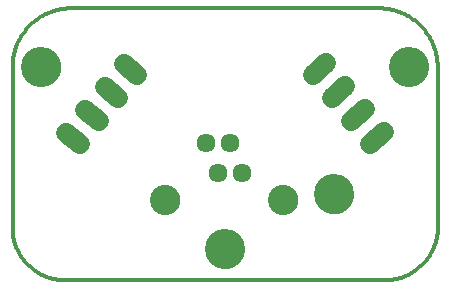
<source format=gts>
G75*
%MOIN*%
%OFA0B0*%
%FSLAX25Y25*%
%IPPOS*%
%LPD*%
%AMOC8*
5,1,8,0,0,1.08239X$1,22.5*
%
%ADD10C,0.01200*%
%ADD11C,0.00000*%
%ADD12C,0.13398*%
%ADD13C,0.06737*%
%ADD14C,0.06343*%
%ADD15C,0.10091*%
D10*
X0021485Y0001909D02*
X0123847Y0001909D01*
X0143532Y0017657D02*
X0143532Y0072775D01*
X0143526Y0073251D01*
X0143509Y0073726D01*
X0143480Y0074201D01*
X0143440Y0074675D01*
X0143388Y0075148D01*
X0143325Y0075619D01*
X0143251Y0076089D01*
X0143165Y0076557D01*
X0143068Y0077023D01*
X0142960Y0077486D01*
X0142841Y0077946D01*
X0142710Y0078404D01*
X0142569Y0078858D01*
X0142416Y0079309D01*
X0142253Y0079755D01*
X0142079Y0080198D01*
X0141894Y0080636D01*
X0141699Y0081070D01*
X0141493Y0081499D01*
X0141277Y0081923D01*
X0141051Y0082342D01*
X0140815Y0082755D01*
X0140569Y0083162D01*
X0140313Y0083563D01*
X0140047Y0083957D01*
X0139772Y0084346D01*
X0139488Y0084727D01*
X0139195Y0085101D01*
X0138893Y0085469D01*
X0138581Y0085829D01*
X0138262Y0086181D01*
X0137934Y0086525D01*
X0137597Y0086862D01*
X0137253Y0087190D01*
X0136901Y0087509D01*
X0136541Y0087821D01*
X0136173Y0088123D01*
X0135799Y0088416D01*
X0135418Y0088700D01*
X0135029Y0088975D01*
X0134635Y0089241D01*
X0134234Y0089497D01*
X0133827Y0089743D01*
X0133414Y0089979D01*
X0132995Y0090205D01*
X0132571Y0090421D01*
X0132142Y0090627D01*
X0131708Y0090822D01*
X0131270Y0091007D01*
X0130827Y0091181D01*
X0130381Y0091344D01*
X0129930Y0091497D01*
X0129476Y0091638D01*
X0129018Y0091769D01*
X0128558Y0091888D01*
X0128095Y0091996D01*
X0127629Y0092093D01*
X0127161Y0092179D01*
X0126691Y0092253D01*
X0126220Y0092316D01*
X0125747Y0092368D01*
X0125273Y0092408D01*
X0124798Y0092437D01*
X0124323Y0092454D01*
X0123847Y0092460D01*
X0021485Y0092460D01*
X0021009Y0092454D01*
X0020534Y0092437D01*
X0020059Y0092408D01*
X0019585Y0092368D01*
X0019112Y0092316D01*
X0018641Y0092253D01*
X0018171Y0092179D01*
X0017703Y0092093D01*
X0017237Y0091996D01*
X0016774Y0091888D01*
X0016314Y0091769D01*
X0015856Y0091638D01*
X0015402Y0091497D01*
X0014951Y0091344D01*
X0014505Y0091181D01*
X0014062Y0091007D01*
X0013624Y0090822D01*
X0013190Y0090627D01*
X0012761Y0090421D01*
X0012337Y0090205D01*
X0011918Y0089979D01*
X0011505Y0089743D01*
X0011098Y0089497D01*
X0010697Y0089241D01*
X0010303Y0088975D01*
X0009914Y0088700D01*
X0009533Y0088416D01*
X0009159Y0088123D01*
X0008791Y0087821D01*
X0008431Y0087509D01*
X0008079Y0087190D01*
X0007735Y0086862D01*
X0007398Y0086525D01*
X0007070Y0086181D01*
X0006751Y0085829D01*
X0006439Y0085469D01*
X0006137Y0085101D01*
X0005844Y0084727D01*
X0005560Y0084346D01*
X0005285Y0083957D01*
X0005019Y0083563D01*
X0004763Y0083162D01*
X0004517Y0082755D01*
X0004281Y0082342D01*
X0004055Y0081923D01*
X0003839Y0081499D01*
X0003633Y0081070D01*
X0003438Y0080636D01*
X0003253Y0080198D01*
X0003079Y0079755D01*
X0002916Y0079309D01*
X0002763Y0078858D01*
X0002622Y0078404D01*
X0002491Y0077946D01*
X0002372Y0077486D01*
X0002264Y0077023D01*
X0002167Y0076557D01*
X0002081Y0076089D01*
X0002007Y0075619D01*
X0001944Y0075148D01*
X0001892Y0074675D01*
X0001852Y0074201D01*
X0001823Y0073726D01*
X0001806Y0073251D01*
X0001800Y0072775D01*
X0001800Y0017657D01*
X0001853Y0017230D01*
X0001916Y0016804D01*
X0001989Y0016379D01*
X0002073Y0015957D01*
X0002166Y0015536D01*
X0002270Y0015118D01*
X0002384Y0014703D01*
X0002508Y0014290D01*
X0002642Y0013881D01*
X0002786Y0013475D01*
X0002939Y0013072D01*
X0003103Y0012674D01*
X0003275Y0012279D01*
X0003458Y0011889D01*
X0003649Y0011503D01*
X0003850Y0011122D01*
X0004060Y0010746D01*
X0004279Y0010375D01*
X0004507Y0010009D01*
X0004744Y0009649D01*
X0004990Y0009295D01*
X0005243Y0008947D01*
X0005506Y0008606D01*
X0005776Y0008270D01*
X0006054Y0007942D01*
X0006341Y0007620D01*
X0006635Y0007305D01*
X0006936Y0006997D01*
X0007245Y0006697D01*
X0007561Y0006404D01*
X0007884Y0006119D01*
X0008214Y0005842D01*
X0008550Y0005573D01*
X0008893Y0005312D01*
X0009242Y0005059D01*
X0009597Y0004815D01*
X0009958Y0004580D01*
X0010324Y0004353D01*
X0010696Y0004136D01*
X0011073Y0003927D01*
X0011455Y0003727D01*
X0011841Y0003537D01*
X0012232Y0003357D01*
X0012627Y0003185D01*
X0013027Y0003024D01*
X0013430Y0002872D01*
X0013836Y0002729D01*
X0014246Y0002597D01*
X0014659Y0002475D01*
X0015075Y0002362D01*
X0015494Y0002260D01*
X0015914Y0002168D01*
X0016337Y0002086D01*
X0016762Y0002014D01*
X0017188Y0001953D01*
X0017616Y0001902D01*
X0018045Y0001861D01*
X0018475Y0001830D01*
X0018905Y0001811D01*
X0019336Y0001801D01*
X0019766Y0001802D01*
X0020197Y0001813D01*
X0020627Y0001835D01*
X0021057Y0001867D01*
X0021486Y0001909D01*
X0123847Y0001909D02*
X0124276Y0001867D01*
X0124706Y0001835D01*
X0125136Y0001813D01*
X0125567Y0001802D01*
X0125997Y0001801D01*
X0126428Y0001811D01*
X0126858Y0001830D01*
X0127288Y0001861D01*
X0127717Y0001902D01*
X0128145Y0001953D01*
X0128571Y0002014D01*
X0128996Y0002086D01*
X0129419Y0002168D01*
X0129839Y0002260D01*
X0130258Y0002362D01*
X0130674Y0002475D01*
X0131087Y0002597D01*
X0131497Y0002729D01*
X0131903Y0002872D01*
X0132306Y0003024D01*
X0132706Y0003185D01*
X0133101Y0003357D01*
X0133492Y0003537D01*
X0133878Y0003727D01*
X0134260Y0003927D01*
X0134637Y0004136D01*
X0135009Y0004353D01*
X0135375Y0004580D01*
X0135736Y0004815D01*
X0136091Y0005059D01*
X0136440Y0005312D01*
X0136783Y0005573D01*
X0137119Y0005842D01*
X0137449Y0006119D01*
X0137772Y0006404D01*
X0138088Y0006697D01*
X0138397Y0006997D01*
X0138698Y0007305D01*
X0138992Y0007620D01*
X0139279Y0007942D01*
X0139557Y0008270D01*
X0139827Y0008606D01*
X0140090Y0008947D01*
X0140343Y0009295D01*
X0140589Y0009649D01*
X0140826Y0010009D01*
X0141054Y0010375D01*
X0141273Y0010746D01*
X0141483Y0011122D01*
X0141684Y0011503D01*
X0141875Y0011889D01*
X0142058Y0012279D01*
X0142230Y0012674D01*
X0142394Y0013072D01*
X0142547Y0013475D01*
X0142691Y0013881D01*
X0142825Y0014290D01*
X0142949Y0014703D01*
X0143063Y0015118D01*
X0143167Y0015536D01*
X0143260Y0015957D01*
X0143344Y0016379D01*
X0143417Y0016804D01*
X0143480Y0017230D01*
X0143533Y0017657D01*
D11*
X0102627Y0030472D02*
X0102629Y0030630D01*
X0102635Y0030788D01*
X0102645Y0030946D01*
X0102659Y0031104D01*
X0102677Y0031261D01*
X0102698Y0031418D01*
X0102724Y0031574D01*
X0102754Y0031730D01*
X0102787Y0031885D01*
X0102825Y0032038D01*
X0102866Y0032191D01*
X0102911Y0032343D01*
X0102960Y0032494D01*
X0103013Y0032643D01*
X0103069Y0032791D01*
X0103129Y0032937D01*
X0103193Y0033082D01*
X0103261Y0033225D01*
X0103332Y0033367D01*
X0103406Y0033507D01*
X0103484Y0033644D01*
X0103566Y0033780D01*
X0103650Y0033914D01*
X0103739Y0034045D01*
X0103830Y0034174D01*
X0103925Y0034301D01*
X0104022Y0034426D01*
X0104123Y0034548D01*
X0104227Y0034667D01*
X0104334Y0034784D01*
X0104444Y0034898D01*
X0104557Y0035009D01*
X0104672Y0035118D01*
X0104790Y0035223D01*
X0104911Y0035325D01*
X0105034Y0035425D01*
X0105160Y0035521D01*
X0105288Y0035614D01*
X0105418Y0035704D01*
X0105551Y0035790D01*
X0105686Y0035874D01*
X0105822Y0035953D01*
X0105961Y0036030D01*
X0106102Y0036102D01*
X0106244Y0036172D01*
X0106388Y0036237D01*
X0106534Y0036299D01*
X0106681Y0036357D01*
X0106830Y0036412D01*
X0106980Y0036463D01*
X0107131Y0036510D01*
X0107283Y0036553D01*
X0107436Y0036592D01*
X0107591Y0036628D01*
X0107746Y0036659D01*
X0107902Y0036687D01*
X0108058Y0036711D01*
X0108215Y0036731D01*
X0108373Y0036747D01*
X0108530Y0036759D01*
X0108689Y0036767D01*
X0108847Y0036771D01*
X0109005Y0036771D01*
X0109163Y0036767D01*
X0109322Y0036759D01*
X0109479Y0036747D01*
X0109637Y0036731D01*
X0109794Y0036711D01*
X0109950Y0036687D01*
X0110106Y0036659D01*
X0110261Y0036628D01*
X0110416Y0036592D01*
X0110569Y0036553D01*
X0110721Y0036510D01*
X0110872Y0036463D01*
X0111022Y0036412D01*
X0111171Y0036357D01*
X0111318Y0036299D01*
X0111464Y0036237D01*
X0111608Y0036172D01*
X0111750Y0036102D01*
X0111891Y0036030D01*
X0112030Y0035953D01*
X0112166Y0035874D01*
X0112301Y0035790D01*
X0112434Y0035704D01*
X0112564Y0035614D01*
X0112692Y0035521D01*
X0112818Y0035425D01*
X0112941Y0035325D01*
X0113062Y0035223D01*
X0113180Y0035118D01*
X0113295Y0035009D01*
X0113408Y0034898D01*
X0113518Y0034784D01*
X0113625Y0034667D01*
X0113729Y0034548D01*
X0113830Y0034426D01*
X0113927Y0034301D01*
X0114022Y0034174D01*
X0114113Y0034045D01*
X0114202Y0033914D01*
X0114286Y0033780D01*
X0114368Y0033644D01*
X0114446Y0033507D01*
X0114520Y0033367D01*
X0114591Y0033225D01*
X0114659Y0033082D01*
X0114723Y0032937D01*
X0114783Y0032791D01*
X0114839Y0032643D01*
X0114892Y0032494D01*
X0114941Y0032343D01*
X0114986Y0032191D01*
X0115027Y0032038D01*
X0115065Y0031885D01*
X0115098Y0031730D01*
X0115128Y0031574D01*
X0115154Y0031418D01*
X0115175Y0031261D01*
X0115193Y0031104D01*
X0115207Y0030946D01*
X0115217Y0030788D01*
X0115223Y0030630D01*
X0115225Y0030472D01*
X0115223Y0030314D01*
X0115217Y0030156D01*
X0115207Y0029998D01*
X0115193Y0029840D01*
X0115175Y0029683D01*
X0115154Y0029526D01*
X0115128Y0029370D01*
X0115098Y0029214D01*
X0115065Y0029059D01*
X0115027Y0028906D01*
X0114986Y0028753D01*
X0114941Y0028601D01*
X0114892Y0028450D01*
X0114839Y0028301D01*
X0114783Y0028153D01*
X0114723Y0028007D01*
X0114659Y0027862D01*
X0114591Y0027719D01*
X0114520Y0027577D01*
X0114446Y0027437D01*
X0114368Y0027300D01*
X0114286Y0027164D01*
X0114202Y0027030D01*
X0114113Y0026899D01*
X0114022Y0026770D01*
X0113927Y0026643D01*
X0113830Y0026518D01*
X0113729Y0026396D01*
X0113625Y0026277D01*
X0113518Y0026160D01*
X0113408Y0026046D01*
X0113295Y0025935D01*
X0113180Y0025826D01*
X0113062Y0025721D01*
X0112941Y0025619D01*
X0112818Y0025519D01*
X0112692Y0025423D01*
X0112564Y0025330D01*
X0112434Y0025240D01*
X0112301Y0025154D01*
X0112166Y0025070D01*
X0112030Y0024991D01*
X0111891Y0024914D01*
X0111750Y0024842D01*
X0111608Y0024772D01*
X0111464Y0024707D01*
X0111318Y0024645D01*
X0111171Y0024587D01*
X0111022Y0024532D01*
X0110872Y0024481D01*
X0110721Y0024434D01*
X0110569Y0024391D01*
X0110416Y0024352D01*
X0110261Y0024316D01*
X0110106Y0024285D01*
X0109950Y0024257D01*
X0109794Y0024233D01*
X0109637Y0024213D01*
X0109479Y0024197D01*
X0109322Y0024185D01*
X0109163Y0024177D01*
X0109005Y0024173D01*
X0108847Y0024173D01*
X0108689Y0024177D01*
X0108530Y0024185D01*
X0108373Y0024197D01*
X0108215Y0024213D01*
X0108058Y0024233D01*
X0107902Y0024257D01*
X0107746Y0024285D01*
X0107591Y0024316D01*
X0107436Y0024352D01*
X0107283Y0024391D01*
X0107131Y0024434D01*
X0106980Y0024481D01*
X0106830Y0024532D01*
X0106681Y0024587D01*
X0106534Y0024645D01*
X0106388Y0024707D01*
X0106244Y0024772D01*
X0106102Y0024842D01*
X0105961Y0024914D01*
X0105822Y0024991D01*
X0105686Y0025070D01*
X0105551Y0025154D01*
X0105418Y0025240D01*
X0105288Y0025330D01*
X0105160Y0025423D01*
X0105034Y0025519D01*
X0104911Y0025619D01*
X0104790Y0025721D01*
X0104672Y0025826D01*
X0104557Y0025935D01*
X0104444Y0026046D01*
X0104334Y0026160D01*
X0104227Y0026277D01*
X0104123Y0026396D01*
X0104022Y0026518D01*
X0103925Y0026643D01*
X0103830Y0026770D01*
X0103739Y0026899D01*
X0103650Y0027030D01*
X0103566Y0027164D01*
X0103484Y0027300D01*
X0103406Y0027437D01*
X0103332Y0027577D01*
X0103261Y0027719D01*
X0103193Y0027862D01*
X0103129Y0028007D01*
X0103069Y0028153D01*
X0103013Y0028301D01*
X0102960Y0028450D01*
X0102911Y0028601D01*
X0102866Y0028753D01*
X0102825Y0028906D01*
X0102787Y0029059D01*
X0102754Y0029214D01*
X0102724Y0029370D01*
X0102698Y0029526D01*
X0102677Y0029683D01*
X0102659Y0029840D01*
X0102645Y0029998D01*
X0102635Y0030156D01*
X0102629Y0030314D01*
X0102627Y0030472D01*
X0087469Y0028661D02*
X0087471Y0028797D01*
X0087477Y0028932D01*
X0087487Y0029068D01*
X0087501Y0029203D01*
X0087519Y0029337D01*
X0087540Y0029471D01*
X0087566Y0029605D01*
X0087595Y0029737D01*
X0087629Y0029869D01*
X0087666Y0030000D01*
X0087707Y0030129D01*
X0087752Y0030257D01*
X0087800Y0030384D01*
X0087852Y0030509D01*
X0087908Y0030633D01*
X0087968Y0030755D01*
X0088031Y0030875D01*
X0088097Y0030994D01*
X0088167Y0031110D01*
X0088240Y0031225D01*
X0088317Y0031337D01*
X0088397Y0031446D01*
X0088480Y0031554D01*
X0088566Y0031659D01*
X0088655Y0031761D01*
X0088747Y0031861D01*
X0088842Y0031958D01*
X0088940Y0032052D01*
X0089040Y0032144D01*
X0089143Y0032232D01*
X0089249Y0032317D01*
X0089357Y0032400D01*
X0089467Y0032479D01*
X0089580Y0032554D01*
X0089695Y0032627D01*
X0089812Y0032696D01*
X0089931Y0032761D01*
X0090051Y0032823D01*
X0090174Y0032882D01*
X0090298Y0032937D01*
X0090424Y0032988D01*
X0090551Y0033036D01*
X0090679Y0033080D01*
X0090809Y0033120D01*
X0090940Y0033156D01*
X0091072Y0033188D01*
X0091204Y0033217D01*
X0091338Y0033242D01*
X0091472Y0033262D01*
X0091607Y0033279D01*
X0091742Y0033292D01*
X0091877Y0033301D01*
X0092013Y0033306D01*
X0092149Y0033307D01*
X0092285Y0033304D01*
X0092420Y0033297D01*
X0092556Y0033286D01*
X0092691Y0033271D01*
X0092825Y0033252D01*
X0092959Y0033230D01*
X0093092Y0033203D01*
X0093224Y0033173D01*
X0093356Y0033138D01*
X0093486Y0033100D01*
X0093615Y0033058D01*
X0093743Y0033012D01*
X0093869Y0032963D01*
X0093994Y0032910D01*
X0094118Y0032853D01*
X0094239Y0032793D01*
X0094359Y0032729D01*
X0094477Y0032662D01*
X0094593Y0032591D01*
X0094707Y0032517D01*
X0094818Y0032440D01*
X0094928Y0032359D01*
X0095034Y0032275D01*
X0095139Y0032188D01*
X0095241Y0032098D01*
X0095340Y0032006D01*
X0095436Y0031910D01*
X0095530Y0031812D01*
X0095620Y0031710D01*
X0095708Y0031607D01*
X0095792Y0031501D01*
X0095874Y0031392D01*
X0095952Y0031281D01*
X0096027Y0031168D01*
X0096098Y0031052D01*
X0096167Y0030935D01*
X0096231Y0030815D01*
X0096292Y0030694D01*
X0096350Y0030571D01*
X0096404Y0030447D01*
X0096454Y0030321D01*
X0096501Y0030193D01*
X0096544Y0030064D01*
X0096583Y0029934D01*
X0096618Y0029803D01*
X0096650Y0029671D01*
X0096677Y0029538D01*
X0096701Y0029405D01*
X0096721Y0029270D01*
X0096737Y0029135D01*
X0096749Y0029000D01*
X0096757Y0028865D01*
X0096761Y0028729D01*
X0096761Y0028593D01*
X0096757Y0028457D01*
X0096749Y0028322D01*
X0096737Y0028187D01*
X0096721Y0028052D01*
X0096701Y0027917D01*
X0096677Y0027784D01*
X0096650Y0027651D01*
X0096618Y0027519D01*
X0096583Y0027388D01*
X0096544Y0027258D01*
X0096501Y0027129D01*
X0096454Y0027001D01*
X0096404Y0026875D01*
X0096350Y0026751D01*
X0096292Y0026628D01*
X0096231Y0026507D01*
X0096167Y0026387D01*
X0096098Y0026270D01*
X0096027Y0026154D01*
X0095952Y0026041D01*
X0095874Y0025930D01*
X0095792Y0025821D01*
X0095708Y0025715D01*
X0095620Y0025612D01*
X0095530Y0025510D01*
X0095436Y0025412D01*
X0095340Y0025316D01*
X0095241Y0025224D01*
X0095139Y0025134D01*
X0095034Y0025047D01*
X0094928Y0024963D01*
X0094818Y0024882D01*
X0094707Y0024805D01*
X0094593Y0024731D01*
X0094477Y0024660D01*
X0094359Y0024593D01*
X0094239Y0024529D01*
X0094118Y0024469D01*
X0093994Y0024412D01*
X0093869Y0024359D01*
X0093743Y0024310D01*
X0093615Y0024264D01*
X0093486Y0024222D01*
X0093356Y0024184D01*
X0093224Y0024149D01*
X0093092Y0024119D01*
X0092959Y0024092D01*
X0092825Y0024070D01*
X0092691Y0024051D01*
X0092556Y0024036D01*
X0092420Y0024025D01*
X0092285Y0024018D01*
X0092149Y0024015D01*
X0092013Y0024016D01*
X0091877Y0024021D01*
X0091742Y0024030D01*
X0091607Y0024043D01*
X0091472Y0024060D01*
X0091338Y0024080D01*
X0091204Y0024105D01*
X0091072Y0024134D01*
X0090940Y0024166D01*
X0090809Y0024202D01*
X0090679Y0024242D01*
X0090551Y0024286D01*
X0090424Y0024334D01*
X0090298Y0024385D01*
X0090174Y0024440D01*
X0090051Y0024499D01*
X0089931Y0024561D01*
X0089812Y0024626D01*
X0089695Y0024695D01*
X0089580Y0024768D01*
X0089467Y0024843D01*
X0089357Y0024922D01*
X0089249Y0025005D01*
X0089143Y0025090D01*
X0089040Y0025178D01*
X0088940Y0025270D01*
X0088842Y0025364D01*
X0088747Y0025461D01*
X0088655Y0025561D01*
X0088566Y0025663D01*
X0088480Y0025768D01*
X0088397Y0025876D01*
X0088317Y0025985D01*
X0088240Y0026097D01*
X0088167Y0026212D01*
X0088097Y0026328D01*
X0088031Y0026447D01*
X0087968Y0026567D01*
X0087908Y0026689D01*
X0087852Y0026813D01*
X0087800Y0026938D01*
X0087752Y0027065D01*
X0087707Y0027193D01*
X0087666Y0027322D01*
X0087629Y0027453D01*
X0087595Y0027585D01*
X0087566Y0027717D01*
X0087540Y0027851D01*
X0087519Y0027985D01*
X0087501Y0028119D01*
X0087487Y0028254D01*
X0087477Y0028390D01*
X0087471Y0028525D01*
X0087469Y0028661D01*
X0066269Y0012224D02*
X0066271Y0012382D01*
X0066277Y0012540D01*
X0066287Y0012698D01*
X0066301Y0012856D01*
X0066319Y0013013D01*
X0066340Y0013170D01*
X0066366Y0013326D01*
X0066396Y0013482D01*
X0066429Y0013637D01*
X0066467Y0013790D01*
X0066508Y0013943D01*
X0066553Y0014095D01*
X0066602Y0014246D01*
X0066655Y0014395D01*
X0066711Y0014543D01*
X0066771Y0014689D01*
X0066835Y0014834D01*
X0066903Y0014977D01*
X0066974Y0015119D01*
X0067048Y0015259D01*
X0067126Y0015396D01*
X0067208Y0015532D01*
X0067292Y0015666D01*
X0067381Y0015797D01*
X0067472Y0015926D01*
X0067567Y0016053D01*
X0067664Y0016178D01*
X0067765Y0016300D01*
X0067869Y0016419D01*
X0067976Y0016536D01*
X0068086Y0016650D01*
X0068199Y0016761D01*
X0068314Y0016870D01*
X0068432Y0016975D01*
X0068553Y0017077D01*
X0068676Y0017177D01*
X0068802Y0017273D01*
X0068930Y0017366D01*
X0069060Y0017456D01*
X0069193Y0017542D01*
X0069328Y0017626D01*
X0069464Y0017705D01*
X0069603Y0017782D01*
X0069744Y0017854D01*
X0069886Y0017924D01*
X0070030Y0017989D01*
X0070176Y0018051D01*
X0070323Y0018109D01*
X0070472Y0018164D01*
X0070622Y0018215D01*
X0070773Y0018262D01*
X0070925Y0018305D01*
X0071078Y0018344D01*
X0071233Y0018380D01*
X0071388Y0018411D01*
X0071544Y0018439D01*
X0071700Y0018463D01*
X0071857Y0018483D01*
X0072015Y0018499D01*
X0072172Y0018511D01*
X0072331Y0018519D01*
X0072489Y0018523D01*
X0072647Y0018523D01*
X0072805Y0018519D01*
X0072964Y0018511D01*
X0073121Y0018499D01*
X0073279Y0018483D01*
X0073436Y0018463D01*
X0073592Y0018439D01*
X0073748Y0018411D01*
X0073903Y0018380D01*
X0074058Y0018344D01*
X0074211Y0018305D01*
X0074363Y0018262D01*
X0074514Y0018215D01*
X0074664Y0018164D01*
X0074813Y0018109D01*
X0074960Y0018051D01*
X0075106Y0017989D01*
X0075250Y0017924D01*
X0075392Y0017854D01*
X0075533Y0017782D01*
X0075672Y0017705D01*
X0075808Y0017626D01*
X0075943Y0017542D01*
X0076076Y0017456D01*
X0076206Y0017366D01*
X0076334Y0017273D01*
X0076460Y0017177D01*
X0076583Y0017077D01*
X0076704Y0016975D01*
X0076822Y0016870D01*
X0076937Y0016761D01*
X0077050Y0016650D01*
X0077160Y0016536D01*
X0077267Y0016419D01*
X0077371Y0016300D01*
X0077472Y0016178D01*
X0077569Y0016053D01*
X0077664Y0015926D01*
X0077755Y0015797D01*
X0077844Y0015666D01*
X0077928Y0015532D01*
X0078010Y0015396D01*
X0078088Y0015259D01*
X0078162Y0015119D01*
X0078233Y0014977D01*
X0078301Y0014834D01*
X0078365Y0014689D01*
X0078425Y0014543D01*
X0078481Y0014395D01*
X0078534Y0014246D01*
X0078583Y0014095D01*
X0078628Y0013943D01*
X0078669Y0013790D01*
X0078707Y0013637D01*
X0078740Y0013482D01*
X0078770Y0013326D01*
X0078796Y0013170D01*
X0078817Y0013013D01*
X0078835Y0012856D01*
X0078849Y0012698D01*
X0078859Y0012540D01*
X0078865Y0012382D01*
X0078867Y0012224D01*
X0078865Y0012066D01*
X0078859Y0011908D01*
X0078849Y0011750D01*
X0078835Y0011592D01*
X0078817Y0011435D01*
X0078796Y0011278D01*
X0078770Y0011122D01*
X0078740Y0010966D01*
X0078707Y0010811D01*
X0078669Y0010658D01*
X0078628Y0010505D01*
X0078583Y0010353D01*
X0078534Y0010202D01*
X0078481Y0010053D01*
X0078425Y0009905D01*
X0078365Y0009759D01*
X0078301Y0009614D01*
X0078233Y0009471D01*
X0078162Y0009329D01*
X0078088Y0009189D01*
X0078010Y0009052D01*
X0077928Y0008916D01*
X0077844Y0008782D01*
X0077755Y0008651D01*
X0077664Y0008522D01*
X0077569Y0008395D01*
X0077472Y0008270D01*
X0077371Y0008148D01*
X0077267Y0008029D01*
X0077160Y0007912D01*
X0077050Y0007798D01*
X0076937Y0007687D01*
X0076822Y0007578D01*
X0076704Y0007473D01*
X0076583Y0007371D01*
X0076460Y0007271D01*
X0076334Y0007175D01*
X0076206Y0007082D01*
X0076076Y0006992D01*
X0075943Y0006906D01*
X0075808Y0006822D01*
X0075672Y0006743D01*
X0075533Y0006666D01*
X0075392Y0006594D01*
X0075250Y0006524D01*
X0075106Y0006459D01*
X0074960Y0006397D01*
X0074813Y0006339D01*
X0074664Y0006284D01*
X0074514Y0006233D01*
X0074363Y0006186D01*
X0074211Y0006143D01*
X0074058Y0006104D01*
X0073903Y0006068D01*
X0073748Y0006037D01*
X0073592Y0006009D01*
X0073436Y0005985D01*
X0073279Y0005965D01*
X0073121Y0005949D01*
X0072964Y0005937D01*
X0072805Y0005929D01*
X0072647Y0005925D01*
X0072489Y0005925D01*
X0072331Y0005929D01*
X0072172Y0005937D01*
X0072015Y0005949D01*
X0071857Y0005965D01*
X0071700Y0005985D01*
X0071544Y0006009D01*
X0071388Y0006037D01*
X0071233Y0006068D01*
X0071078Y0006104D01*
X0070925Y0006143D01*
X0070773Y0006186D01*
X0070622Y0006233D01*
X0070472Y0006284D01*
X0070323Y0006339D01*
X0070176Y0006397D01*
X0070030Y0006459D01*
X0069886Y0006524D01*
X0069744Y0006594D01*
X0069603Y0006666D01*
X0069464Y0006743D01*
X0069328Y0006822D01*
X0069193Y0006906D01*
X0069060Y0006992D01*
X0068930Y0007082D01*
X0068802Y0007175D01*
X0068676Y0007271D01*
X0068553Y0007371D01*
X0068432Y0007473D01*
X0068314Y0007578D01*
X0068199Y0007687D01*
X0068086Y0007798D01*
X0067976Y0007912D01*
X0067869Y0008029D01*
X0067765Y0008148D01*
X0067664Y0008270D01*
X0067567Y0008395D01*
X0067472Y0008522D01*
X0067381Y0008651D01*
X0067292Y0008782D01*
X0067208Y0008916D01*
X0067126Y0009052D01*
X0067048Y0009189D01*
X0066974Y0009329D01*
X0066903Y0009471D01*
X0066835Y0009614D01*
X0066771Y0009759D01*
X0066711Y0009905D01*
X0066655Y0010053D01*
X0066602Y0010202D01*
X0066553Y0010353D01*
X0066508Y0010505D01*
X0066467Y0010658D01*
X0066429Y0010811D01*
X0066396Y0010966D01*
X0066366Y0011122D01*
X0066340Y0011278D01*
X0066319Y0011435D01*
X0066301Y0011592D01*
X0066287Y0011750D01*
X0066277Y0011908D01*
X0066271Y0012066D01*
X0066269Y0012224D01*
X0048099Y0028661D02*
X0048101Y0028797D01*
X0048107Y0028932D01*
X0048117Y0029068D01*
X0048131Y0029203D01*
X0048149Y0029337D01*
X0048170Y0029471D01*
X0048196Y0029605D01*
X0048225Y0029737D01*
X0048259Y0029869D01*
X0048296Y0030000D01*
X0048337Y0030129D01*
X0048382Y0030257D01*
X0048430Y0030384D01*
X0048482Y0030509D01*
X0048538Y0030633D01*
X0048598Y0030755D01*
X0048661Y0030875D01*
X0048727Y0030994D01*
X0048797Y0031110D01*
X0048870Y0031225D01*
X0048947Y0031337D01*
X0049027Y0031446D01*
X0049110Y0031554D01*
X0049196Y0031659D01*
X0049285Y0031761D01*
X0049377Y0031861D01*
X0049472Y0031958D01*
X0049570Y0032052D01*
X0049670Y0032144D01*
X0049773Y0032232D01*
X0049879Y0032317D01*
X0049987Y0032400D01*
X0050097Y0032479D01*
X0050210Y0032554D01*
X0050325Y0032627D01*
X0050442Y0032696D01*
X0050561Y0032761D01*
X0050681Y0032823D01*
X0050804Y0032882D01*
X0050928Y0032937D01*
X0051054Y0032988D01*
X0051181Y0033036D01*
X0051309Y0033080D01*
X0051439Y0033120D01*
X0051570Y0033156D01*
X0051702Y0033188D01*
X0051834Y0033217D01*
X0051968Y0033242D01*
X0052102Y0033262D01*
X0052237Y0033279D01*
X0052372Y0033292D01*
X0052507Y0033301D01*
X0052643Y0033306D01*
X0052779Y0033307D01*
X0052915Y0033304D01*
X0053050Y0033297D01*
X0053186Y0033286D01*
X0053321Y0033271D01*
X0053455Y0033252D01*
X0053589Y0033230D01*
X0053722Y0033203D01*
X0053854Y0033173D01*
X0053986Y0033138D01*
X0054116Y0033100D01*
X0054245Y0033058D01*
X0054373Y0033012D01*
X0054499Y0032963D01*
X0054624Y0032910D01*
X0054748Y0032853D01*
X0054869Y0032793D01*
X0054989Y0032729D01*
X0055107Y0032662D01*
X0055223Y0032591D01*
X0055337Y0032517D01*
X0055448Y0032440D01*
X0055558Y0032359D01*
X0055664Y0032275D01*
X0055769Y0032188D01*
X0055871Y0032098D01*
X0055970Y0032006D01*
X0056066Y0031910D01*
X0056160Y0031812D01*
X0056250Y0031710D01*
X0056338Y0031607D01*
X0056422Y0031501D01*
X0056504Y0031392D01*
X0056582Y0031281D01*
X0056657Y0031168D01*
X0056728Y0031052D01*
X0056797Y0030935D01*
X0056861Y0030815D01*
X0056922Y0030694D01*
X0056980Y0030571D01*
X0057034Y0030447D01*
X0057084Y0030321D01*
X0057131Y0030193D01*
X0057174Y0030064D01*
X0057213Y0029934D01*
X0057248Y0029803D01*
X0057280Y0029671D01*
X0057307Y0029538D01*
X0057331Y0029405D01*
X0057351Y0029270D01*
X0057367Y0029135D01*
X0057379Y0029000D01*
X0057387Y0028865D01*
X0057391Y0028729D01*
X0057391Y0028593D01*
X0057387Y0028457D01*
X0057379Y0028322D01*
X0057367Y0028187D01*
X0057351Y0028052D01*
X0057331Y0027917D01*
X0057307Y0027784D01*
X0057280Y0027651D01*
X0057248Y0027519D01*
X0057213Y0027388D01*
X0057174Y0027258D01*
X0057131Y0027129D01*
X0057084Y0027001D01*
X0057034Y0026875D01*
X0056980Y0026751D01*
X0056922Y0026628D01*
X0056861Y0026507D01*
X0056797Y0026387D01*
X0056728Y0026270D01*
X0056657Y0026154D01*
X0056582Y0026041D01*
X0056504Y0025930D01*
X0056422Y0025821D01*
X0056338Y0025715D01*
X0056250Y0025612D01*
X0056160Y0025510D01*
X0056066Y0025412D01*
X0055970Y0025316D01*
X0055871Y0025224D01*
X0055769Y0025134D01*
X0055664Y0025047D01*
X0055558Y0024963D01*
X0055448Y0024882D01*
X0055337Y0024805D01*
X0055223Y0024731D01*
X0055107Y0024660D01*
X0054989Y0024593D01*
X0054869Y0024529D01*
X0054748Y0024469D01*
X0054624Y0024412D01*
X0054499Y0024359D01*
X0054373Y0024310D01*
X0054245Y0024264D01*
X0054116Y0024222D01*
X0053986Y0024184D01*
X0053854Y0024149D01*
X0053722Y0024119D01*
X0053589Y0024092D01*
X0053455Y0024070D01*
X0053321Y0024051D01*
X0053186Y0024036D01*
X0053050Y0024025D01*
X0052915Y0024018D01*
X0052779Y0024015D01*
X0052643Y0024016D01*
X0052507Y0024021D01*
X0052372Y0024030D01*
X0052237Y0024043D01*
X0052102Y0024060D01*
X0051968Y0024080D01*
X0051834Y0024105D01*
X0051702Y0024134D01*
X0051570Y0024166D01*
X0051439Y0024202D01*
X0051309Y0024242D01*
X0051181Y0024286D01*
X0051054Y0024334D01*
X0050928Y0024385D01*
X0050804Y0024440D01*
X0050681Y0024499D01*
X0050561Y0024561D01*
X0050442Y0024626D01*
X0050325Y0024695D01*
X0050210Y0024768D01*
X0050097Y0024843D01*
X0049987Y0024922D01*
X0049879Y0025005D01*
X0049773Y0025090D01*
X0049670Y0025178D01*
X0049570Y0025270D01*
X0049472Y0025364D01*
X0049377Y0025461D01*
X0049285Y0025561D01*
X0049196Y0025663D01*
X0049110Y0025768D01*
X0049027Y0025876D01*
X0048947Y0025985D01*
X0048870Y0026097D01*
X0048797Y0026212D01*
X0048727Y0026328D01*
X0048661Y0026447D01*
X0048598Y0026567D01*
X0048538Y0026689D01*
X0048482Y0026813D01*
X0048430Y0026938D01*
X0048382Y0027065D01*
X0048337Y0027193D01*
X0048296Y0027322D01*
X0048259Y0027453D01*
X0048225Y0027585D01*
X0048196Y0027717D01*
X0048170Y0027851D01*
X0048149Y0027985D01*
X0048131Y0028119D01*
X0048117Y0028254D01*
X0048107Y0028390D01*
X0048101Y0028525D01*
X0048099Y0028661D01*
X0005127Y0072972D02*
X0005129Y0073130D01*
X0005135Y0073288D01*
X0005145Y0073446D01*
X0005159Y0073604D01*
X0005177Y0073761D01*
X0005198Y0073918D01*
X0005224Y0074074D01*
X0005254Y0074230D01*
X0005287Y0074385D01*
X0005325Y0074538D01*
X0005366Y0074691D01*
X0005411Y0074843D01*
X0005460Y0074994D01*
X0005513Y0075143D01*
X0005569Y0075291D01*
X0005629Y0075437D01*
X0005693Y0075582D01*
X0005761Y0075725D01*
X0005832Y0075867D01*
X0005906Y0076007D01*
X0005984Y0076144D01*
X0006066Y0076280D01*
X0006150Y0076414D01*
X0006239Y0076545D01*
X0006330Y0076674D01*
X0006425Y0076801D01*
X0006522Y0076926D01*
X0006623Y0077048D01*
X0006727Y0077167D01*
X0006834Y0077284D01*
X0006944Y0077398D01*
X0007057Y0077509D01*
X0007172Y0077618D01*
X0007290Y0077723D01*
X0007411Y0077825D01*
X0007534Y0077925D01*
X0007660Y0078021D01*
X0007788Y0078114D01*
X0007918Y0078204D01*
X0008051Y0078290D01*
X0008186Y0078374D01*
X0008322Y0078453D01*
X0008461Y0078530D01*
X0008602Y0078602D01*
X0008744Y0078672D01*
X0008888Y0078737D01*
X0009034Y0078799D01*
X0009181Y0078857D01*
X0009330Y0078912D01*
X0009480Y0078963D01*
X0009631Y0079010D01*
X0009783Y0079053D01*
X0009936Y0079092D01*
X0010091Y0079128D01*
X0010246Y0079159D01*
X0010402Y0079187D01*
X0010558Y0079211D01*
X0010715Y0079231D01*
X0010873Y0079247D01*
X0011030Y0079259D01*
X0011189Y0079267D01*
X0011347Y0079271D01*
X0011505Y0079271D01*
X0011663Y0079267D01*
X0011822Y0079259D01*
X0011979Y0079247D01*
X0012137Y0079231D01*
X0012294Y0079211D01*
X0012450Y0079187D01*
X0012606Y0079159D01*
X0012761Y0079128D01*
X0012916Y0079092D01*
X0013069Y0079053D01*
X0013221Y0079010D01*
X0013372Y0078963D01*
X0013522Y0078912D01*
X0013671Y0078857D01*
X0013818Y0078799D01*
X0013964Y0078737D01*
X0014108Y0078672D01*
X0014250Y0078602D01*
X0014391Y0078530D01*
X0014530Y0078453D01*
X0014666Y0078374D01*
X0014801Y0078290D01*
X0014934Y0078204D01*
X0015064Y0078114D01*
X0015192Y0078021D01*
X0015318Y0077925D01*
X0015441Y0077825D01*
X0015562Y0077723D01*
X0015680Y0077618D01*
X0015795Y0077509D01*
X0015908Y0077398D01*
X0016018Y0077284D01*
X0016125Y0077167D01*
X0016229Y0077048D01*
X0016330Y0076926D01*
X0016427Y0076801D01*
X0016522Y0076674D01*
X0016613Y0076545D01*
X0016702Y0076414D01*
X0016786Y0076280D01*
X0016868Y0076144D01*
X0016946Y0076007D01*
X0017020Y0075867D01*
X0017091Y0075725D01*
X0017159Y0075582D01*
X0017223Y0075437D01*
X0017283Y0075291D01*
X0017339Y0075143D01*
X0017392Y0074994D01*
X0017441Y0074843D01*
X0017486Y0074691D01*
X0017527Y0074538D01*
X0017565Y0074385D01*
X0017598Y0074230D01*
X0017628Y0074074D01*
X0017654Y0073918D01*
X0017675Y0073761D01*
X0017693Y0073604D01*
X0017707Y0073446D01*
X0017717Y0073288D01*
X0017723Y0073130D01*
X0017725Y0072972D01*
X0017723Y0072814D01*
X0017717Y0072656D01*
X0017707Y0072498D01*
X0017693Y0072340D01*
X0017675Y0072183D01*
X0017654Y0072026D01*
X0017628Y0071870D01*
X0017598Y0071714D01*
X0017565Y0071559D01*
X0017527Y0071406D01*
X0017486Y0071253D01*
X0017441Y0071101D01*
X0017392Y0070950D01*
X0017339Y0070801D01*
X0017283Y0070653D01*
X0017223Y0070507D01*
X0017159Y0070362D01*
X0017091Y0070219D01*
X0017020Y0070077D01*
X0016946Y0069937D01*
X0016868Y0069800D01*
X0016786Y0069664D01*
X0016702Y0069530D01*
X0016613Y0069399D01*
X0016522Y0069270D01*
X0016427Y0069143D01*
X0016330Y0069018D01*
X0016229Y0068896D01*
X0016125Y0068777D01*
X0016018Y0068660D01*
X0015908Y0068546D01*
X0015795Y0068435D01*
X0015680Y0068326D01*
X0015562Y0068221D01*
X0015441Y0068119D01*
X0015318Y0068019D01*
X0015192Y0067923D01*
X0015064Y0067830D01*
X0014934Y0067740D01*
X0014801Y0067654D01*
X0014666Y0067570D01*
X0014530Y0067491D01*
X0014391Y0067414D01*
X0014250Y0067342D01*
X0014108Y0067272D01*
X0013964Y0067207D01*
X0013818Y0067145D01*
X0013671Y0067087D01*
X0013522Y0067032D01*
X0013372Y0066981D01*
X0013221Y0066934D01*
X0013069Y0066891D01*
X0012916Y0066852D01*
X0012761Y0066816D01*
X0012606Y0066785D01*
X0012450Y0066757D01*
X0012294Y0066733D01*
X0012137Y0066713D01*
X0011979Y0066697D01*
X0011822Y0066685D01*
X0011663Y0066677D01*
X0011505Y0066673D01*
X0011347Y0066673D01*
X0011189Y0066677D01*
X0011030Y0066685D01*
X0010873Y0066697D01*
X0010715Y0066713D01*
X0010558Y0066733D01*
X0010402Y0066757D01*
X0010246Y0066785D01*
X0010091Y0066816D01*
X0009936Y0066852D01*
X0009783Y0066891D01*
X0009631Y0066934D01*
X0009480Y0066981D01*
X0009330Y0067032D01*
X0009181Y0067087D01*
X0009034Y0067145D01*
X0008888Y0067207D01*
X0008744Y0067272D01*
X0008602Y0067342D01*
X0008461Y0067414D01*
X0008322Y0067491D01*
X0008186Y0067570D01*
X0008051Y0067654D01*
X0007918Y0067740D01*
X0007788Y0067830D01*
X0007660Y0067923D01*
X0007534Y0068019D01*
X0007411Y0068119D01*
X0007290Y0068221D01*
X0007172Y0068326D01*
X0007057Y0068435D01*
X0006944Y0068546D01*
X0006834Y0068660D01*
X0006727Y0068777D01*
X0006623Y0068896D01*
X0006522Y0069018D01*
X0006425Y0069143D01*
X0006330Y0069270D01*
X0006239Y0069399D01*
X0006150Y0069530D01*
X0006066Y0069664D01*
X0005984Y0069800D01*
X0005906Y0069937D01*
X0005832Y0070077D01*
X0005761Y0070219D01*
X0005693Y0070362D01*
X0005629Y0070507D01*
X0005569Y0070653D01*
X0005513Y0070801D01*
X0005460Y0070950D01*
X0005411Y0071101D01*
X0005366Y0071253D01*
X0005325Y0071406D01*
X0005287Y0071559D01*
X0005254Y0071714D01*
X0005224Y0071870D01*
X0005198Y0072026D01*
X0005177Y0072183D01*
X0005159Y0072340D01*
X0005145Y0072498D01*
X0005135Y0072656D01*
X0005129Y0072814D01*
X0005127Y0072972D01*
X0127627Y0072972D02*
X0127629Y0073130D01*
X0127635Y0073288D01*
X0127645Y0073446D01*
X0127659Y0073604D01*
X0127677Y0073761D01*
X0127698Y0073918D01*
X0127724Y0074074D01*
X0127754Y0074230D01*
X0127787Y0074385D01*
X0127825Y0074538D01*
X0127866Y0074691D01*
X0127911Y0074843D01*
X0127960Y0074994D01*
X0128013Y0075143D01*
X0128069Y0075291D01*
X0128129Y0075437D01*
X0128193Y0075582D01*
X0128261Y0075725D01*
X0128332Y0075867D01*
X0128406Y0076007D01*
X0128484Y0076144D01*
X0128566Y0076280D01*
X0128650Y0076414D01*
X0128739Y0076545D01*
X0128830Y0076674D01*
X0128925Y0076801D01*
X0129022Y0076926D01*
X0129123Y0077048D01*
X0129227Y0077167D01*
X0129334Y0077284D01*
X0129444Y0077398D01*
X0129557Y0077509D01*
X0129672Y0077618D01*
X0129790Y0077723D01*
X0129911Y0077825D01*
X0130034Y0077925D01*
X0130160Y0078021D01*
X0130288Y0078114D01*
X0130418Y0078204D01*
X0130551Y0078290D01*
X0130686Y0078374D01*
X0130822Y0078453D01*
X0130961Y0078530D01*
X0131102Y0078602D01*
X0131244Y0078672D01*
X0131388Y0078737D01*
X0131534Y0078799D01*
X0131681Y0078857D01*
X0131830Y0078912D01*
X0131980Y0078963D01*
X0132131Y0079010D01*
X0132283Y0079053D01*
X0132436Y0079092D01*
X0132591Y0079128D01*
X0132746Y0079159D01*
X0132902Y0079187D01*
X0133058Y0079211D01*
X0133215Y0079231D01*
X0133373Y0079247D01*
X0133530Y0079259D01*
X0133689Y0079267D01*
X0133847Y0079271D01*
X0134005Y0079271D01*
X0134163Y0079267D01*
X0134322Y0079259D01*
X0134479Y0079247D01*
X0134637Y0079231D01*
X0134794Y0079211D01*
X0134950Y0079187D01*
X0135106Y0079159D01*
X0135261Y0079128D01*
X0135416Y0079092D01*
X0135569Y0079053D01*
X0135721Y0079010D01*
X0135872Y0078963D01*
X0136022Y0078912D01*
X0136171Y0078857D01*
X0136318Y0078799D01*
X0136464Y0078737D01*
X0136608Y0078672D01*
X0136750Y0078602D01*
X0136891Y0078530D01*
X0137030Y0078453D01*
X0137166Y0078374D01*
X0137301Y0078290D01*
X0137434Y0078204D01*
X0137564Y0078114D01*
X0137692Y0078021D01*
X0137818Y0077925D01*
X0137941Y0077825D01*
X0138062Y0077723D01*
X0138180Y0077618D01*
X0138295Y0077509D01*
X0138408Y0077398D01*
X0138518Y0077284D01*
X0138625Y0077167D01*
X0138729Y0077048D01*
X0138830Y0076926D01*
X0138927Y0076801D01*
X0139022Y0076674D01*
X0139113Y0076545D01*
X0139202Y0076414D01*
X0139286Y0076280D01*
X0139368Y0076144D01*
X0139446Y0076007D01*
X0139520Y0075867D01*
X0139591Y0075725D01*
X0139659Y0075582D01*
X0139723Y0075437D01*
X0139783Y0075291D01*
X0139839Y0075143D01*
X0139892Y0074994D01*
X0139941Y0074843D01*
X0139986Y0074691D01*
X0140027Y0074538D01*
X0140065Y0074385D01*
X0140098Y0074230D01*
X0140128Y0074074D01*
X0140154Y0073918D01*
X0140175Y0073761D01*
X0140193Y0073604D01*
X0140207Y0073446D01*
X0140217Y0073288D01*
X0140223Y0073130D01*
X0140225Y0072972D01*
X0140223Y0072814D01*
X0140217Y0072656D01*
X0140207Y0072498D01*
X0140193Y0072340D01*
X0140175Y0072183D01*
X0140154Y0072026D01*
X0140128Y0071870D01*
X0140098Y0071714D01*
X0140065Y0071559D01*
X0140027Y0071406D01*
X0139986Y0071253D01*
X0139941Y0071101D01*
X0139892Y0070950D01*
X0139839Y0070801D01*
X0139783Y0070653D01*
X0139723Y0070507D01*
X0139659Y0070362D01*
X0139591Y0070219D01*
X0139520Y0070077D01*
X0139446Y0069937D01*
X0139368Y0069800D01*
X0139286Y0069664D01*
X0139202Y0069530D01*
X0139113Y0069399D01*
X0139022Y0069270D01*
X0138927Y0069143D01*
X0138830Y0069018D01*
X0138729Y0068896D01*
X0138625Y0068777D01*
X0138518Y0068660D01*
X0138408Y0068546D01*
X0138295Y0068435D01*
X0138180Y0068326D01*
X0138062Y0068221D01*
X0137941Y0068119D01*
X0137818Y0068019D01*
X0137692Y0067923D01*
X0137564Y0067830D01*
X0137434Y0067740D01*
X0137301Y0067654D01*
X0137166Y0067570D01*
X0137030Y0067491D01*
X0136891Y0067414D01*
X0136750Y0067342D01*
X0136608Y0067272D01*
X0136464Y0067207D01*
X0136318Y0067145D01*
X0136171Y0067087D01*
X0136022Y0067032D01*
X0135872Y0066981D01*
X0135721Y0066934D01*
X0135569Y0066891D01*
X0135416Y0066852D01*
X0135261Y0066816D01*
X0135106Y0066785D01*
X0134950Y0066757D01*
X0134794Y0066733D01*
X0134637Y0066713D01*
X0134479Y0066697D01*
X0134322Y0066685D01*
X0134163Y0066677D01*
X0134005Y0066673D01*
X0133847Y0066673D01*
X0133689Y0066677D01*
X0133530Y0066685D01*
X0133373Y0066697D01*
X0133215Y0066713D01*
X0133058Y0066733D01*
X0132902Y0066757D01*
X0132746Y0066785D01*
X0132591Y0066816D01*
X0132436Y0066852D01*
X0132283Y0066891D01*
X0132131Y0066934D01*
X0131980Y0066981D01*
X0131830Y0067032D01*
X0131681Y0067087D01*
X0131534Y0067145D01*
X0131388Y0067207D01*
X0131244Y0067272D01*
X0131102Y0067342D01*
X0130961Y0067414D01*
X0130822Y0067491D01*
X0130686Y0067570D01*
X0130551Y0067654D01*
X0130418Y0067740D01*
X0130288Y0067830D01*
X0130160Y0067923D01*
X0130034Y0068019D01*
X0129911Y0068119D01*
X0129790Y0068221D01*
X0129672Y0068326D01*
X0129557Y0068435D01*
X0129444Y0068546D01*
X0129334Y0068660D01*
X0129227Y0068777D01*
X0129123Y0068896D01*
X0129022Y0069018D01*
X0128925Y0069143D01*
X0128830Y0069270D01*
X0128739Y0069399D01*
X0128650Y0069530D01*
X0128566Y0069664D01*
X0128484Y0069800D01*
X0128406Y0069937D01*
X0128332Y0070077D01*
X0128261Y0070219D01*
X0128193Y0070362D01*
X0128129Y0070507D01*
X0128069Y0070653D01*
X0128013Y0070801D01*
X0127960Y0070950D01*
X0127911Y0071101D01*
X0127866Y0071253D01*
X0127825Y0071406D01*
X0127787Y0071559D01*
X0127754Y0071714D01*
X0127724Y0071870D01*
X0127698Y0072026D01*
X0127677Y0072183D01*
X0127659Y0072340D01*
X0127645Y0072498D01*
X0127635Y0072656D01*
X0127629Y0072814D01*
X0127627Y0072972D01*
D12*
X0133926Y0072972D03*
X0108926Y0030472D03*
X0072568Y0012224D03*
X0011426Y0072972D03*
D13*
X0026049Y0058654D02*
X0030597Y0054838D01*
X0037025Y0062498D02*
X0032477Y0066314D01*
X0038905Y0073975D02*
X0043453Y0070159D01*
X0024169Y0047177D02*
X0019621Y0050994D01*
X0101813Y0070306D02*
X0106361Y0074123D01*
X0112789Y0066462D02*
X0108241Y0062646D01*
X0114669Y0054985D02*
X0119217Y0058802D01*
X0125645Y0051141D02*
X0121097Y0047325D01*
D14*
X0078454Y0037716D03*
X0070422Y0037716D03*
X0066406Y0047716D03*
X0074438Y0047716D03*
D15*
X0092115Y0028661D03*
X0052745Y0028661D03*
M02*

</source>
